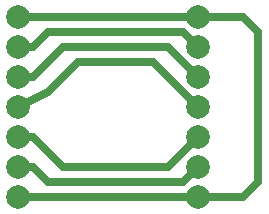
<source format=gbr>
%FSLAX34Y34*%
%MOMM*%
%LNCOPPER_BOTTOM*%
G71*
G01*
%ADD10C, 2.00*%
%ADD11C, 0.70*%
%LPD*%
X38100Y965200D02*
G54D10*
D03*
X38100Y939800D02*
G54D10*
D03*
X38100Y914400D02*
G54D10*
D03*
X38100Y889000D02*
G54D10*
D03*
X38100Y863600D02*
G54D10*
D03*
X38100Y838200D02*
G54D10*
D03*
X38100Y812800D02*
G54D10*
D03*
X190500Y812800D02*
G54D10*
D03*
X190500Y838200D02*
G54D10*
D03*
X190500Y863600D02*
G54D10*
D03*
X190500Y889000D02*
G54D10*
D03*
X190500Y914400D02*
G54D10*
D03*
X190500Y939800D02*
G54D10*
D03*
X190500Y965200D02*
G54D10*
D03*
G54D11*
X38100Y965200D02*
X190500Y965200D01*
G54D11*
X38100Y939800D02*
X50800Y939800D01*
X63500Y952500D01*
X177800Y952500D01*
X190500Y939800D01*
G54D11*
X38100Y914400D02*
X50800Y914400D01*
X76200Y939800D01*
X165100Y939800D01*
X190500Y914400D01*
G54D11*
X38100Y812800D02*
X190500Y812800D01*
G54D11*
X38100Y838200D02*
X50800Y838200D01*
X63500Y825500D01*
X177800Y825500D01*
X190500Y838200D01*
G54D11*
X38100Y863600D02*
X50800Y863600D01*
X76200Y838200D01*
X165100Y838200D01*
X190500Y863600D01*
G54D11*
X38100Y889000D02*
X63500Y901700D01*
X88900Y927100D01*
X152400Y927100D01*
X190500Y889000D01*
X190500Y965200D02*
G54D10*
D03*
G54D11*
X190500Y965200D02*
X228600Y965200D01*
X241300Y952500D01*
X241300Y825500D01*
X228600Y812800D01*
X190500Y812800D01*
M02*

</source>
